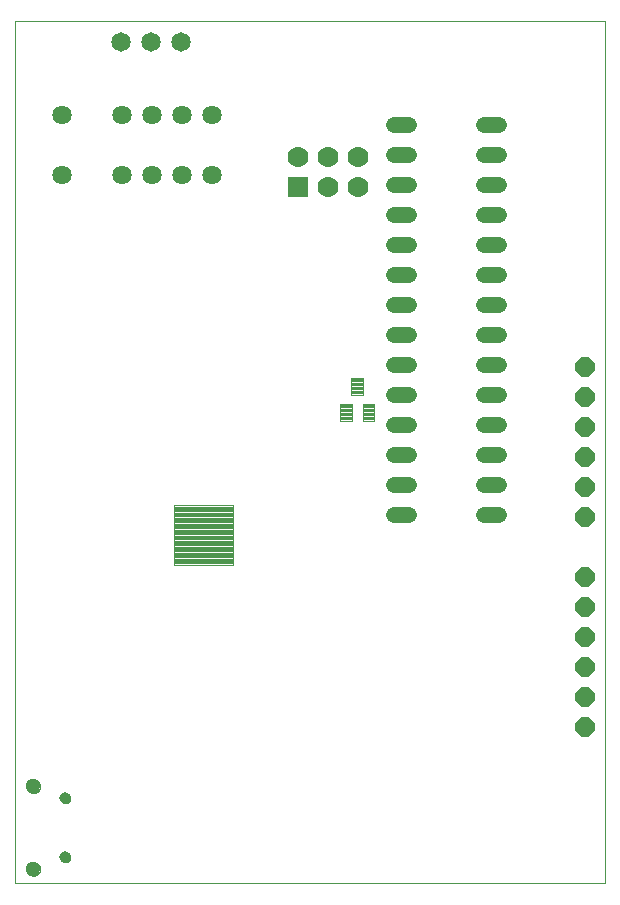
<source format=gbs>
G75*
%MOIN*%
%OFA0B0*%
%FSLAX25Y25*%
%IPPOS*%
%LPD*%
%AMOC8*
5,1,8,0,0,1.08239X$1,22.5*
%
%ADD10C,0.00000*%
%ADD11C,0.03846*%
%ADD12C,0.05028*%
%ADD13OC8,0.06500*%
%ADD14C,0.06500*%
%ADD15C,0.05300*%
%ADD16C,0.00404*%
%ADD17R,0.06996X0.06996*%
%ADD18C,0.06996*%
%ADD19C,0.06406*%
%ADD20C,0.00444*%
D10*
X0001300Y0001300D02*
X0001300Y0288702D01*
X0198150Y0288702D01*
X0198150Y0001300D01*
X0001300Y0001300D01*
X0005228Y0006117D02*
X0005230Y0006212D01*
X0005236Y0006306D01*
X0005246Y0006401D01*
X0005260Y0006495D01*
X0005277Y0006588D01*
X0005299Y0006680D01*
X0005325Y0006771D01*
X0005354Y0006862D01*
X0005387Y0006950D01*
X0005424Y0007038D01*
X0005464Y0007124D01*
X0005508Y0007208D01*
X0005555Y0007290D01*
X0005606Y0007370D01*
X0005660Y0007448D01*
X0005718Y0007523D01*
X0005778Y0007596D01*
X0005842Y0007667D01*
X0005908Y0007735D01*
X0005977Y0007799D01*
X0006049Y0007861D01*
X0006123Y0007920D01*
X0006200Y0007976D01*
X0006279Y0008029D01*
X0006360Y0008078D01*
X0006443Y0008123D01*
X0006528Y0008166D01*
X0006615Y0008204D01*
X0006703Y0008239D01*
X0006792Y0008270D01*
X0006883Y0008298D01*
X0006975Y0008321D01*
X0007068Y0008341D01*
X0007161Y0008357D01*
X0007255Y0008369D01*
X0007350Y0008377D01*
X0007445Y0008381D01*
X0007539Y0008381D01*
X0007634Y0008377D01*
X0007729Y0008369D01*
X0007823Y0008357D01*
X0007916Y0008341D01*
X0008009Y0008321D01*
X0008101Y0008298D01*
X0008192Y0008270D01*
X0008281Y0008239D01*
X0008369Y0008204D01*
X0008456Y0008166D01*
X0008541Y0008123D01*
X0008624Y0008078D01*
X0008705Y0008029D01*
X0008784Y0007976D01*
X0008861Y0007920D01*
X0008935Y0007861D01*
X0009007Y0007799D01*
X0009076Y0007735D01*
X0009142Y0007667D01*
X0009206Y0007596D01*
X0009266Y0007523D01*
X0009324Y0007448D01*
X0009378Y0007370D01*
X0009429Y0007290D01*
X0009476Y0007208D01*
X0009520Y0007124D01*
X0009560Y0007038D01*
X0009597Y0006950D01*
X0009630Y0006862D01*
X0009659Y0006771D01*
X0009685Y0006680D01*
X0009707Y0006588D01*
X0009724Y0006495D01*
X0009738Y0006401D01*
X0009748Y0006306D01*
X0009754Y0006212D01*
X0009756Y0006117D01*
X0009754Y0006022D01*
X0009748Y0005928D01*
X0009738Y0005833D01*
X0009724Y0005739D01*
X0009707Y0005646D01*
X0009685Y0005554D01*
X0009659Y0005463D01*
X0009630Y0005372D01*
X0009597Y0005284D01*
X0009560Y0005196D01*
X0009520Y0005110D01*
X0009476Y0005026D01*
X0009429Y0004944D01*
X0009378Y0004864D01*
X0009324Y0004786D01*
X0009266Y0004711D01*
X0009206Y0004638D01*
X0009142Y0004567D01*
X0009076Y0004499D01*
X0009007Y0004435D01*
X0008935Y0004373D01*
X0008861Y0004314D01*
X0008784Y0004258D01*
X0008705Y0004205D01*
X0008624Y0004156D01*
X0008541Y0004111D01*
X0008456Y0004068D01*
X0008369Y0004030D01*
X0008281Y0003995D01*
X0008192Y0003964D01*
X0008101Y0003936D01*
X0008009Y0003913D01*
X0007916Y0003893D01*
X0007823Y0003877D01*
X0007729Y0003865D01*
X0007634Y0003857D01*
X0007539Y0003853D01*
X0007445Y0003853D01*
X0007350Y0003857D01*
X0007255Y0003865D01*
X0007161Y0003877D01*
X0007068Y0003893D01*
X0006975Y0003913D01*
X0006883Y0003936D01*
X0006792Y0003964D01*
X0006703Y0003995D01*
X0006615Y0004030D01*
X0006528Y0004068D01*
X0006443Y0004111D01*
X0006360Y0004156D01*
X0006279Y0004205D01*
X0006200Y0004258D01*
X0006123Y0004314D01*
X0006049Y0004373D01*
X0005977Y0004435D01*
X0005908Y0004499D01*
X0005842Y0004567D01*
X0005778Y0004638D01*
X0005718Y0004711D01*
X0005660Y0004786D01*
X0005606Y0004864D01*
X0005555Y0004944D01*
X0005508Y0005026D01*
X0005464Y0005110D01*
X0005424Y0005196D01*
X0005387Y0005284D01*
X0005354Y0005372D01*
X0005325Y0005463D01*
X0005299Y0005554D01*
X0005277Y0005646D01*
X0005260Y0005739D01*
X0005246Y0005833D01*
X0005236Y0005928D01*
X0005230Y0006022D01*
X0005228Y0006117D01*
X0016449Y0010054D02*
X0016451Y0010135D01*
X0016457Y0010217D01*
X0016467Y0010298D01*
X0016481Y0010378D01*
X0016498Y0010457D01*
X0016520Y0010536D01*
X0016545Y0010613D01*
X0016574Y0010690D01*
X0016607Y0010764D01*
X0016644Y0010837D01*
X0016683Y0010908D01*
X0016727Y0010977D01*
X0016773Y0011044D01*
X0016823Y0011108D01*
X0016876Y0011170D01*
X0016932Y0011230D01*
X0016990Y0011286D01*
X0017052Y0011340D01*
X0017116Y0011391D01*
X0017182Y0011438D01*
X0017250Y0011482D01*
X0017321Y0011523D01*
X0017393Y0011560D01*
X0017468Y0011594D01*
X0017543Y0011624D01*
X0017621Y0011650D01*
X0017699Y0011673D01*
X0017778Y0011691D01*
X0017858Y0011706D01*
X0017939Y0011717D01*
X0018020Y0011724D01*
X0018102Y0011727D01*
X0018183Y0011726D01*
X0018264Y0011721D01*
X0018345Y0011712D01*
X0018426Y0011699D01*
X0018506Y0011682D01*
X0018584Y0011662D01*
X0018662Y0011637D01*
X0018739Y0011609D01*
X0018814Y0011577D01*
X0018887Y0011542D01*
X0018958Y0011503D01*
X0019028Y0011460D01*
X0019095Y0011415D01*
X0019161Y0011366D01*
X0019223Y0011314D01*
X0019283Y0011258D01*
X0019340Y0011200D01*
X0019395Y0011140D01*
X0019446Y0011076D01*
X0019494Y0011011D01*
X0019539Y0010943D01*
X0019581Y0010873D01*
X0019619Y0010801D01*
X0019654Y0010727D01*
X0019685Y0010652D01*
X0019712Y0010575D01*
X0019735Y0010497D01*
X0019755Y0010418D01*
X0019771Y0010338D01*
X0019783Y0010257D01*
X0019791Y0010176D01*
X0019795Y0010095D01*
X0019795Y0010013D01*
X0019791Y0009932D01*
X0019783Y0009851D01*
X0019771Y0009770D01*
X0019755Y0009690D01*
X0019735Y0009611D01*
X0019712Y0009533D01*
X0019685Y0009456D01*
X0019654Y0009381D01*
X0019619Y0009307D01*
X0019581Y0009235D01*
X0019539Y0009165D01*
X0019494Y0009097D01*
X0019446Y0009032D01*
X0019395Y0008968D01*
X0019340Y0008908D01*
X0019283Y0008850D01*
X0019223Y0008794D01*
X0019161Y0008742D01*
X0019095Y0008693D01*
X0019028Y0008648D01*
X0018959Y0008605D01*
X0018887Y0008566D01*
X0018814Y0008531D01*
X0018739Y0008499D01*
X0018662Y0008471D01*
X0018584Y0008446D01*
X0018506Y0008426D01*
X0018426Y0008409D01*
X0018345Y0008396D01*
X0018264Y0008387D01*
X0018183Y0008382D01*
X0018102Y0008381D01*
X0018020Y0008384D01*
X0017939Y0008391D01*
X0017858Y0008402D01*
X0017778Y0008417D01*
X0017699Y0008435D01*
X0017621Y0008458D01*
X0017543Y0008484D01*
X0017468Y0008514D01*
X0017393Y0008548D01*
X0017321Y0008585D01*
X0017250Y0008626D01*
X0017182Y0008670D01*
X0017116Y0008717D01*
X0017052Y0008768D01*
X0016990Y0008822D01*
X0016932Y0008878D01*
X0016876Y0008938D01*
X0016823Y0009000D01*
X0016773Y0009064D01*
X0016727Y0009131D01*
X0016683Y0009200D01*
X0016644Y0009271D01*
X0016607Y0009344D01*
X0016574Y0009418D01*
X0016545Y0009495D01*
X0016520Y0009572D01*
X0016498Y0009651D01*
X0016481Y0009730D01*
X0016467Y0009810D01*
X0016457Y0009891D01*
X0016451Y0009973D01*
X0016449Y0010054D01*
X0016449Y0029739D02*
X0016451Y0029820D01*
X0016457Y0029902D01*
X0016467Y0029983D01*
X0016481Y0030063D01*
X0016498Y0030142D01*
X0016520Y0030221D01*
X0016545Y0030298D01*
X0016574Y0030375D01*
X0016607Y0030449D01*
X0016644Y0030522D01*
X0016683Y0030593D01*
X0016727Y0030662D01*
X0016773Y0030729D01*
X0016823Y0030793D01*
X0016876Y0030855D01*
X0016932Y0030915D01*
X0016990Y0030971D01*
X0017052Y0031025D01*
X0017116Y0031076D01*
X0017182Y0031123D01*
X0017250Y0031167D01*
X0017321Y0031208D01*
X0017393Y0031245D01*
X0017468Y0031279D01*
X0017543Y0031309D01*
X0017621Y0031335D01*
X0017699Y0031358D01*
X0017778Y0031376D01*
X0017858Y0031391D01*
X0017939Y0031402D01*
X0018020Y0031409D01*
X0018102Y0031412D01*
X0018183Y0031411D01*
X0018264Y0031406D01*
X0018345Y0031397D01*
X0018426Y0031384D01*
X0018506Y0031367D01*
X0018584Y0031347D01*
X0018662Y0031322D01*
X0018739Y0031294D01*
X0018814Y0031262D01*
X0018887Y0031227D01*
X0018958Y0031188D01*
X0019028Y0031145D01*
X0019095Y0031100D01*
X0019161Y0031051D01*
X0019223Y0030999D01*
X0019283Y0030943D01*
X0019340Y0030885D01*
X0019395Y0030825D01*
X0019446Y0030761D01*
X0019494Y0030696D01*
X0019539Y0030628D01*
X0019581Y0030558D01*
X0019619Y0030486D01*
X0019654Y0030412D01*
X0019685Y0030337D01*
X0019712Y0030260D01*
X0019735Y0030182D01*
X0019755Y0030103D01*
X0019771Y0030023D01*
X0019783Y0029942D01*
X0019791Y0029861D01*
X0019795Y0029780D01*
X0019795Y0029698D01*
X0019791Y0029617D01*
X0019783Y0029536D01*
X0019771Y0029455D01*
X0019755Y0029375D01*
X0019735Y0029296D01*
X0019712Y0029218D01*
X0019685Y0029141D01*
X0019654Y0029066D01*
X0019619Y0028992D01*
X0019581Y0028920D01*
X0019539Y0028850D01*
X0019494Y0028782D01*
X0019446Y0028717D01*
X0019395Y0028653D01*
X0019340Y0028593D01*
X0019283Y0028535D01*
X0019223Y0028479D01*
X0019161Y0028427D01*
X0019095Y0028378D01*
X0019028Y0028333D01*
X0018959Y0028290D01*
X0018887Y0028251D01*
X0018814Y0028216D01*
X0018739Y0028184D01*
X0018662Y0028156D01*
X0018584Y0028131D01*
X0018506Y0028111D01*
X0018426Y0028094D01*
X0018345Y0028081D01*
X0018264Y0028072D01*
X0018183Y0028067D01*
X0018102Y0028066D01*
X0018020Y0028069D01*
X0017939Y0028076D01*
X0017858Y0028087D01*
X0017778Y0028102D01*
X0017699Y0028120D01*
X0017621Y0028143D01*
X0017543Y0028169D01*
X0017468Y0028199D01*
X0017393Y0028233D01*
X0017321Y0028270D01*
X0017250Y0028311D01*
X0017182Y0028355D01*
X0017116Y0028402D01*
X0017052Y0028453D01*
X0016990Y0028507D01*
X0016932Y0028563D01*
X0016876Y0028623D01*
X0016823Y0028685D01*
X0016773Y0028749D01*
X0016727Y0028816D01*
X0016683Y0028885D01*
X0016644Y0028956D01*
X0016607Y0029029D01*
X0016574Y0029103D01*
X0016545Y0029180D01*
X0016520Y0029257D01*
X0016498Y0029336D01*
X0016481Y0029415D01*
X0016467Y0029495D01*
X0016457Y0029576D01*
X0016451Y0029658D01*
X0016449Y0029739D01*
X0005228Y0033676D02*
X0005230Y0033771D01*
X0005236Y0033865D01*
X0005246Y0033960D01*
X0005260Y0034054D01*
X0005277Y0034147D01*
X0005299Y0034239D01*
X0005325Y0034330D01*
X0005354Y0034421D01*
X0005387Y0034509D01*
X0005424Y0034597D01*
X0005464Y0034683D01*
X0005508Y0034767D01*
X0005555Y0034849D01*
X0005606Y0034929D01*
X0005660Y0035007D01*
X0005718Y0035082D01*
X0005778Y0035155D01*
X0005842Y0035226D01*
X0005908Y0035294D01*
X0005977Y0035358D01*
X0006049Y0035420D01*
X0006123Y0035479D01*
X0006200Y0035535D01*
X0006279Y0035588D01*
X0006360Y0035637D01*
X0006443Y0035682D01*
X0006528Y0035725D01*
X0006615Y0035763D01*
X0006703Y0035798D01*
X0006792Y0035829D01*
X0006883Y0035857D01*
X0006975Y0035880D01*
X0007068Y0035900D01*
X0007161Y0035916D01*
X0007255Y0035928D01*
X0007350Y0035936D01*
X0007445Y0035940D01*
X0007539Y0035940D01*
X0007634Y0035936D01*
X0007729Y0035928D01*
X0007823Y0035916D01*
X0007916Y0035900D01*
X0008009Y0035880D01*
X0008101Y0035857D01*
X0008192Y0035829D01*
X0008281Y0035798D01*
X0008369Y0035763D01*
X0008456Y0035725D01*
X0008541Y0035682D01*
X0008624Y0035637D01*
X0008705Y0035588D01*
X0008784Y0035535D01*
X0008861Y0035479D01*
X0008935Y0035420D01*
X0009007Y0035358D01*
X0009076Y0035294D01*
X0009142Y0035226D01*
X0009206Y0035155D01*
X0009266Y0035082D01*
X0009324Y0035007D01*
X0009378Y0034929D01*
X0009429Y0034849D01*
X0009476Y0034767D01*
X0009520Y0034683D01*
X0009560Y0034597D01*
X0009597Y0034509D01*
X0009630Y0034421D01*
X0009659Y0034330D01*
X0009685Y0034239D01*
X0009707Y0034147D01*
X0009724Y0034054D01*
X0009738Y0033960D01*
X0009748Y0033865D01*
X0009754Y0033771D01*
X0009756Y0033676D01*
X0009754Y0033581D01*
X0009748Y0033487D01*
X0009738Y0033392D01*
X0009724Y0033298D01*
X0009707Y0033205D01*
X0009685Y0033113D01*
X0009659Y0033022D01*
X0009630Y0032931D01*
X0009597Y0032843D01*
X0009560Y0032755D01*
X0009520Y0032669D01*
X0009476Y0032585D01*
X0009429Y0032503D01*
X0009378Y0032423D01*
X0009324Y0032345D01*
X0009266Y0032270D01*
X0009206Y0032197D01*
X0009142Y0032126D01*
X0009076Y0032058D01*
X0009007Y0031994D01*
X0008935Y0031932D01*
X0008861Y0031873D01*
X0008784Y0031817D01*
X0008705Y0031764D01*
X0008624Y0031715D01*
X0008541Y0031670D01*
X0008456Y0031627D01*
X0008369Y0031589D01*
X0008281Y0031554D01*
X0008192Y0031523D01*
X0008101Y0031495D01*
X0008009Y0031472D01*
X0007916Y0031452D01*
X0007823Y0031436D01*
X0007729Y0031424D01*
X0007634Y0031416D01*
X0007539Y0031412D01*
X0007445Y0031412D01*
X0007350Y0031416D01*
X0007255Y0031424D01*
X0007161Y0031436D01*
X0007068Y0031452D01*
X0006975Y0031472D01*
X0006883Y0031495D01*
X0006792Y0031523D01*
X0006703Y0031554D01*
X0006615Y0031589D01*
X0006528Y0031627D01*
X0006443Y0031670D01*
X0006360Y0031715D01*
X0006279Y0031764D01*
X0006200Y0031817D01*
X0006123Y0031873D01*
X0006049Y0031932D01*
X0005977Y0031994D01*
X0005908Y0032058D01*
X0005842Y0032126D01*
X0005778Y0032197D01*
X0005718Y0032270D01*
X0005660Y0032345D01*
X0005606Y0032423D01*
X0005555Y0032503D01*
X0005508Y0032585D01*
X0005464Y0032669D01*
X0005424Y0032755D01*
X0005387Y0032843D01*
X0005354Y0032931D01*
X0005325Y0033022D01*
X0005299Y0033113D01*
X0005277Y0033205D01*
X0005260Y0033298D01*
X0005246Y0033392D01*
X0005236Y0033487D01*
X0005230Y0033581D01*
X0005228Y0033676D01*
D11*
X0018122Y0029739D03*
X0018122Y0010054D03*
D12*
X0007492Y0006117D03*
X0007492Y0033676D03*
D13*
X0191242Y0053302D03*
X0191242Y0063302D03*
X0191242Y0073302D03*
X0191242Y0083302D03*
X0191242Y0093302D03*
X0191242Y0103302D03*
X0191302Y0123531D03*
X0191302Y0133531D03*
X0191302Y0143531D03*
X0191302Y0153531D03*
X0191302Y0163531D03*
X0191302Y0173531D03*
D14*
X0056774Y0281613D03*
X0046774Y0281613D03*
X0036774Y0281613D03*
D15*
X0127743Y0253976D02*
X0132543Y0253976D01*
X0132543Y0243976D02*
X0127743Y0243976D01*
X0127743Y0233976D02*
X0132543Y0233976D01*
X0132543Y0223976D02*
X0127743Y0223976D01*
X0127743Y0213976D02*
X0132543Y0213976D01*
X0132543Y0203976D02*
X0127743Y0203976D01*
X0127743Y0193976D02*
X0132543Y0193976D01*
X0132543Y0183976D02*
X0127743Y0183976D01*
X0127743Y0173976D02*
X0132543Y0173976D01*
X0132543Y0163976D02*
X0127743Y0163976D01*
X0127743Y0153976D02*
X0132543Y0153976D01*
X0132543Y0143976D02*
X0127743Y0143976D01*
X0127743Y0133976D02*
X0132543Y0133976D01*
X0132543Y0123976D02*
X0127743Y0123976D01*
X0157743Y0123976D02*
X0162543Y0123976D01*
X0162543Y0133976D02*
X0157743Y0133976D01*
X0157743Y0143976D02*
X0162543Y0143976D01*
X0162543Y0153976D02*
X0157743Y0153976D01*
X0157743Y0163976D02*
X0162543Y0163976D01*
X0162543Y0173976D02*
X0157743Y0173976D01*
X0157743Y0183976D02*
X0162543Y0183976D01*
X0162543Y0193976D02*
X0157743Y0193976D01*
X0157743Y0203976D02*
X0162543Y0203976D01*
X0162543Y0213976D02*
X0157743Y0213976D01*
X0157743Y0223976D02*
X0162543Y0223976D01*
X0162543Y0233976D02*
X0157743Y0233976D01*
X0157743Y0243976D02*
X0162543Y0243976D01*
X0162543Y0253976D02*
X0157743Y0253976D01*
D16*
X0074182Y0127332D02*
X0054402Y0127332D01*
X0074182Y0127332D02*
X0074182Y0107552D01*
X0054402Y0107552D01*
X0054402Y0127332D01*
X0054402Y0107955D02*
X0074182Y0107955D01*
X0074182Y0108358D02*
X0054402Y0108358D01*
X0054402Y0108761D02*
X0074182Y0108761D01*
X0074182Y0109164D02*
X0054402Y0109164D01*
X0054402Y0109567D02*
X0074182Y0109567D01*
X0074182Y0109970D02*
X0054402Y0109970D01*
X0054402Y0110373D02*
X0074182Y0110373D01*
X0074182Y0110776D02*
X0054402Y0110776D01*
X0054402Y0111179D02*
X0074182Y0111179D01*
X0074182Y0111582D02*
X0054402Y0111582D01*
X0054402Y0111985D02*
X0074182Y0111985D01*
X0074182Y0112388D02*
X0054402Y0112388D01*
X0054402Y0112791D02*
X0074182Y0112791D01*
X0074182Y0113194D02*
X0054402Y0113194D01*
X0054402Y0113597D02*
X0074182Y0113597D01*
X0074182Y0114000D02*
X0054402Y0114000D01*
X0054402Y0114403D02*
X0074182Y0114403D01*
X0074182Y0114806D02*
X0054402Y0114806D01*
X0054402Y0115209D02*
X0074182Y0115209D01*
X0074182Y0115612D02*
X0054402Y0115612D01*
X0054402Y0116015D02*
X0074182Y0116015D01*
X0074182Y0116418D02*
X0054402Y0116418D01*
X0054402Y0116821D02*
X0074182Y0116821D01*
X0074182Y0117224D02*
X0054402Y0117224D01*
X0054402Y0117627D02*
X0074182Y0117627D01*
X0074182Y0118030D02*
X0054402Y0118030D01*
X0054402Y0118433D02*
X0074182Y0118433D01*
X0074182Y0118836D02*
X0054402Y0118836D01*
X0054402Y0119239D02*
X0074182Y0119239D01*
X0074182Y0119642D02*
X0054402Y0119642D01*
X0054402Y0120045D02*
X0074182Y0120045D01*
X0074182Y0120448D02*
X0054402Y0120448D01*
X0054402Y0120851D02*
X0074182Y0120851D01*
X0074182Y0121254D02*
X0054402Y0121254D01*
X0054402Y0121657D02*
X0074182Y0121657D01*
X0074182Y0122060D02*
X0054402Y0122060D01*
X0054402Y0122463D02*
X0074182Y0122463D01*
X0074182Y0122866D02*
X0054402Y0122866D01*
X0054402Y0123269D02*
X0074182Y0123269D01*
X0074182Y0123672D02*
X0054402Y0123672D01*
X0054402Y0124075D02*
X0074182Y0124075D01*
X0074182Y0124478D02*
X0054402Y0124478D01*
X0054402Y0124881D02*
X0074182Y0124881D01*
X0074182Y0125284D02*
X0054402Y0125284D01*
X0054402Y0125687D02*
X0074182Y0125687D01*
X0074182Y0126090D02*
X0054402Y0126090D01*
X0054402Y0126493D02*
X0074182Y0126493D01*
X0074182Y0126896D02*
X0054402Y0126896D01*
X0054402Y0127299D02*
X0074182Y0127299D01*
D17*
X0095788Y0233583D03*
D18*
X0095788Y0243583D03*
X0105788Y0243583D03*
X0105788Y0233583D03*
X0115788Y0233583D03*
X0115788Y0243583D03*
D19*
X0067048Y0237520D03*
X0057048Y0237520D03*
X0047048Y0237520D03*
X0037048Y0237520D03*
X0037048Y0257520D03*
X0047048Y0257520D03*
X0057048Y0257520D03*
X0067048Y0257520D03*
X0017048Y0257520D03*
X0017048Y0237520D03*
D20*
X0109737Y0161171D02*
X0113729Y0161171D01*
X0113729Y0155603D01*
X0109737Y0155603D01*
X0109737Y0161171D01*
X0109737Y0156046D02*
X0113729Y0156046D01*
X0113729Y0156489D02*
X0109737Y0156489D01*
X0109737Y0156932D02*
X0113729Y0156932D01*
X0113729Y0157375D02*
X0109737Y0157375D01*
X0109737Y0157818D02*
X0113729Y0157818D01*
X0113729Y0158261D02*
X0109737Y0158261D01*
X0109737Y0158704D02*
X0113729Y0158704D01*
X0113729Y0159147D02*
X0109737Y0159147D01*
X0109737Y0159590D02*
X0113729Y0159590D01*
X0113729Y0160033D02*
X0109737Y0160033D01*
X0109737Y0160476D02*
X0113729Y0160476D01*
X0113729Y0160919D02*
X0109737Y0160919D01*
X0113477Y0169832D02*
X0117469Y0169832D01*
X0117469Y0164264D01*
X0113477Y0164264D01*
X0113477Y0169832D01*
X0113477Y0164707D02*
X0117469Y0164707D01*
X0117469Y0165150D02*
X0113477Y0165150D01*
X0113477Y0165593D02*
X0117469Y0165593D01*
X0117469Y0166036D02*
X0113477Y0166036D01*
X0113477Y0166479D02*
X0117469Y0166479D01*
X0117469Y0166922D02*
X0113477Y0166922D01*
X0113477Y0167365D02*
X0117469Y0167365D01*
X0117469Y0167808D02*
X0113477Y0167808D01*
X0113477Y0168251D02*
X0117469Y0168251D01*
X0117469Y0168694D02*
X0113477Y0168694D01*
X0113477Y0169137D02*
X0117469Y0169137D01*
X0117469Y0169580D02*
X0113477Y0169580D01*
X0117217Y0161171D02*
X0121209Y0161171D01*
X0121209Y0155603D01*
X0117217Y0155603D01*
X0117217Y0161171D01*
X0117217Y0156046D02*
X0121209Y0156046D01*
X0121209Y0156489D02*
X0117217Y0156489D01*
X0117217Y0156932D02*
X0121209Y0156932D01*
X0121209Y0157375D02*
X0117217Y0157375D01*
X0117217Y0157818D02*
X0121209Y0157818D01*
X0121209Y0158261D02*
X0117217Y0158261D01*
X0117217Y0158704D02*
X0121209Y0158704D01*
X0121209Y0159147D02*
X0117217Y0159147D01*
X0117217Y0159590D02*
X0121209Y0159590D01*
X0121209Y0160033D02*
X0117217Y0160033D01*
X0117217Y0160476D02*
X0121209Y0160476D01*
X0121209Y0160919D02*
X0117217Y0160919D01*
M02*

</source>
